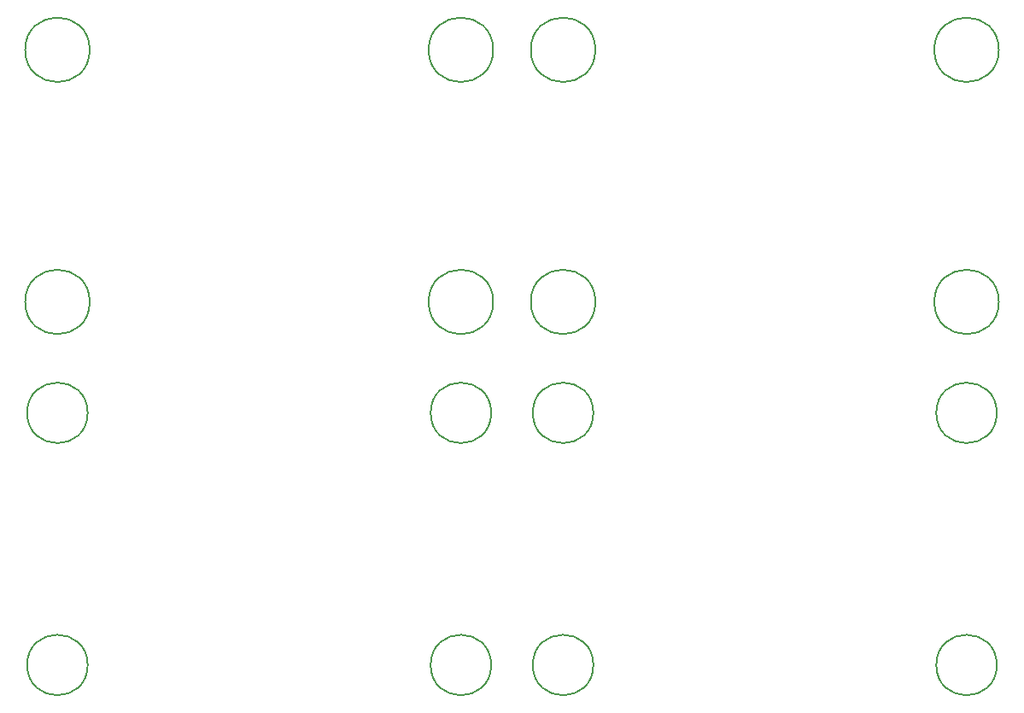
<source format=gbr>
%TF.GenerationSoftware,KiCad,Pcbnew,7.0.10*%
%TF.CreationDate,2024-03-03T12:06:43+01:00*%
%TF.ProjectId,explorer-panel,6578706c-6f72-4657-922d-70616e656c2e,rev?*%
%TF.SameCoordinates,Original*%
%TF.FileFunction,Other,Comment*%
%FSLAX46Y46*%
G04 Gerber Fmt 4.6, Leading zero omitted, Abs format (unit mm)*
G04 Created by KiCad (PCBNEW 7.0.10) date 2024-03-03 12:06:43*
%MOMM*%
%LPD*%
G01*
G04 APERTURE LIST*
%ADD10C,0.150000*%
G04 APERTURE END LIST*
D10*
%TO.C,H2*%
X97392000Y-4000000D02*
G75*
G03*
X90992000Y-4000000I-3200000J0D01*
G01*
X90992000Y-4000000D02*
G75*
G03*
X97392000Y-4000000I3200000J0D01*
G01*
X47264000Y-4000000D02*
G75*
G03*
X40864000Y-4000000I-3200000J0D01*
G01*
X40864000Y-4000000D02*
G75*
G03*
X47264000Y-4000000I3200000J0D01*
G01*
%TO.C,_H2*%
X97192000Y-40000000D02*
G75*
G03*
X91192000Y-40000000I-3000000J0D01*
G01*
X91192000Y-40000000D02*
G75*
G03*
X97192000Y-40000000I3000000J0D01*
G01*
X47064000Y-40000000D02*
G75*
G03*
X41064000Y-40000000I-3000000J0D01*
G01*
X41064000Y-40000000D02*
G75*
G03*
X47064000Y-40000000I3000000J0D01*
G01*
%TO.C,H4*%
X7264000Y-29000000D02*
G75*
G03*
X864000Y-29000000I-3200000J0D01*
G01*
X864000Y-29000000D02*
G75*
G03*
X7264000Y-29000000I3200000J0D01*
G01*
%TO.C,_H3*%
X57192000Y-65000000D02*
G75*
G03*
X51192000Y-65000000I-3000000J0D01*
G01*
X51192000Y-65000000D02*
G75*
G03*
X57192000Y-65000000I3000000J0D01*
G01*
%TO.C,_H1*%
X7064000Y-40000000D02*
G75*
G03*
X1064000Y-40000000I-3000000J0D01*
G01*
X1064000Y-40000000D02*
G75*
G03*
X7064000Y-40000000I3000000J0D01*
G01*
%TO.C,H4*%
X57392000Y-29000000D02*
G75*
G03*
X50992000Y-29000000I-3200000J0D01*
G01*
X50992000Y-29000000D02*
G75*
G03*
X57392000Y-29000000I3200000J0D01*
G01*
%TO.C,_H1*%
X57192000Y-40000000D02*
G75*
G03*
X51192000Y-40000000I-3000000J0D01*
G01*
X51192000Y-40000000D02*
G75*
G03*
X57192000Y-40000000I3000000J0D01*
G01*
%TO.C,H1*%
X57392000Y-4000000D02*
G75*
G03*
X50992000Y-4000000I-3200000J0D01*
G01*
X50992000Y-4000000D02*
G75*
G03*
X57392000Y-4000000I3200000J0D01*
G01*
%TO.C,_H4*%
X47064000Y-65000000D02*
G75*
G03*
X41064000Y-65000000I-3000000J0D01*
G01*
X41064000Y-65000000D02*
G75*
G03*
X47064000Y-65000000I3000000J0D01*
G01*
%TO.C,H1*%
X7264000Y-4000000D02*
G75*
G03*
X864000Y-4000000I-3200000J0D01*
G01*
X864000Y-4000000D02*
G75*
G03*
X7264000Y-4000000I3200000J0D01*
G01*
%TO.C,H3*%
X97392000Y-29000000D02*
G75*
G03*
X90992000Y-29000000I-3200000J0D01*
G01*
X90992000Y-29000000D02*
G75*
G03*
X97392000Y-29000000I3200000J0D01*
G01*
X47264000Y-29000000D02*
G75*
G03*
X40864000Y-29000000I-3200000J0D01*
G01*
X40864000Y-29000000D02*
G75*
G03*
X47264000Y-29000000I3200000J0D01*
G01*
%TO.C,_H3*%
X7064000Y-65000000D02*
G75*
G03*
X1064000Y-65000000I-3000000J0D01*
G01*
X1064000Y-65000000D02*
G75*
G03*
X7064000Y-65000000I3000000J0D01*
G01*
%TO.C,_H4*%
X97192000Y-65000000D02*
G75*
G03*
X91192000Y-65000000I-3000000J0D01*
G01*
X91192000Y-65000000D02*
G75*
G03*
X97192000Y-65000000I3000000J0D01*
G01*
%TD*%
M02*

</source>
